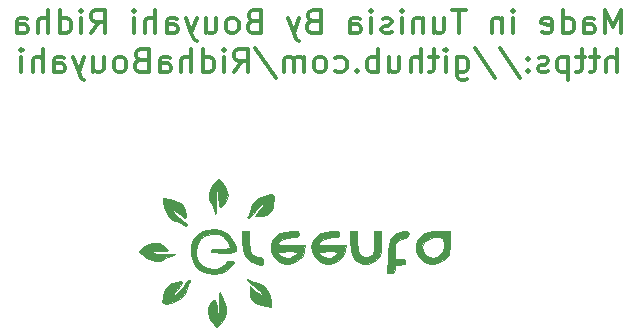
<source format=gbr>
%TF.GenerationSoftware,KiCad,Pcbnew,(5.1.8)-1*%
%TF.CreationDate,2021-09-09T16:11:34+01:00*%
%TF.ProjectId,OSC21,4f534332-312e-46b6-9963-61645f706362,rev?*%
%TF.SameCoordinates,Original*%
%TF.FileFunction,Legend,Bot*%
%TF.FilePolarity,Positive*%
%FSLAX46Y46*%
G04 Gerber Fmt 4.6, Leading zero omitted, Abs format (unit mm)*
G04 Created by KiCad (PCBNEW (5.1.8)-1) date 2021-09-09 16:11:34*
%MOMM*%
%LPD*%
G01*
G04 APERTURE LIST*
%ADD10C,0.300000*%
%ADD11C,0.010000*%
G04 APERTURE END LIST*
D10*
X185781928Y-78185261D02*
X185781928Y-76185261D01*
X185115261Y-77613833D01*
X184448595Y-76185261D01*
X184448595Y-78185261D01*
X182639071Y-78185261D02*
X182639071Y-77137642D01*
X182734309Y-76947166D01*
X182924785Y-76851928D01*
X183305738Y-76851928D01*
X183496214Y-76947166D01*
X182639071Y-78090023D02*
X182829547Y-78185261D01*
X183305738Y-78185261D01*
X183496214Y-78090023D01*
X183591452Y-77899547D01*
X183591452Y-77709071D01*
X183496214Y-77518595D01*
X183305738Y-77423357D01*
X182829547Y-77423357D01*
X182639071Y-77328119D01*
X180829547Y-78185261D02*
X180829547Y-76185261D01*
X180829547Y-78090023D02*
X181020023Y-78185261D01*
X181400976Y-78185261D01*
X181591452Y-78090023D01*
X181686690Y-77994785D01*
X181781928Y-77804309D01*
X181781928Y-77232880D01*
X181686690Y-77042404D01*
X181591452Y-76947166D01*
X181400976Y-76851928D01*
X181020023Y-76851928D01*
X180829547Y-76947166D01*
X179115261Y-78090023D02*
X179305738Y-78185261D01*
X179686690Y-78185261D01*
X179877166Y-78090023D01*
X179972404Y-77899547D01*
X179972404Y-77137642D01*
X179877166Y-76947166D01*
X179686690Y-76851928D01*
X179305738Y-76851928D01*
X179115261Y-76947166D01*
X179020023Y-77137642D01*
X179020023Y-77328119D01*
X179972404Y-77518595D01*
X176639071Y-78185261D02*
X176639071Y-76851928D01*
X176639071Y-76185261D02*
X176734309Y-76280500D01*
X176639071Y-76375738D01*
X176543833Y-76280500D01*
X176639071Y-76185261D01*
X176639071Y-76375738D01*
X175686690Y-76851928D02*
X175686690Y-78185261D01*
X175686690Y-77042404D02*
X175591452Y-76947166D01*
X175400976Y-76851928D01*
X175115261Y-76851928D01*
X174924785Y-76947166D01*
X174829547Y-77137642D01*
X174829547Y-78185261D01*
X172639071Y-76185261D02*
X171496214Y-76185261D01*
X172067642Y-78185261D02*
X172067642Y-76185261D01*
X169972404Y-76851928D02*
X169972404Y-78185261D01*
X170829547Y-76851928D02*
X170829547Y-77899547D01*
X170734309Y-78090023D01*
X170543833Y-78185261D01*
X170258119Y-78185261D01*
X170067642Y-78090023D01*
X169972404Y-77994785D01*
X169020023Y-76851928D02*
X169020023Y-78185261D01*
X169020023Y-77042404D02*
X168924785Y-76947166D01*
X168734309Y-76851928D01*
X168448595Y-76851928D01*
X168258119Y-76947166D01*
X168162880Y-77137642D01*
X168162880Y-78185261D01*
X167210500Y-78185261D02*
X167210500Y-76851928D01*
X167210500Y-76185261D02*
X167305738Y-76280500D01*
X167210500Y-76375738D01*
X167115261Y-76280500D01*
X167210500Y-76185261D01*
X167210500Y-76375738D01*
X166353357Y-78090023D02*
X166162880Y-78185261D01*
X165781928Y-78185261D01*
X165591452Y-78090023D01*
X165496214Y-77899547D01*
X165496214Y-77804309D01*
X165591452Y-77613833D01*
X165781928Y-77518595D01*
X166067642Y-77518595D01*
X166258119Y-77423357D01*
X166353357Y-77232880D01*
X166353357Y-77137642D01*
X166258119Y-76947166D01*
X166067642Y-76851928D01*
X165781928Y-76851928D01*
X165591452Y-76947166D01*
X164639071Y-78185261D02*
X164639071Y-76851928D01*
X164639071Y-76185261D02*
X164734309Y-76280500D01*
X164639071Y-76375738D01*
X164543833Y-76280500D01*
X164639071Y-76185261D01*
X164639071Y-76375738D01*
X162829547Y-78185261D02*
X162829547Y-77137642D01*
X162924785Y-76947166D01*
X163115261Y-76851928D01*
X163496214Y-76851928D01*
X163686690Y-76947166D01*
X162829547Y-78090023D02*
X163020023Y-78185261D01*
X163496214Y-78185261D01*
X163686690Y-78090023D01*
X163781928Y-77899547D01*
X163781928Y-77709071D01*
X163686690Y-77518595D01*
X163496214Y-77423357D01*
X163020023Y-77423357D01*
X162829547Y-77328119D01*
X159686690Y-77137642D02*
X159400976Y-77232880D01*
X159305738Y-77328119D01*
X159210500Y-77518595D01*
X159210500Y-77804309D01*
X159305738Y-77994785D01*
X159400976Y-78090023D01*
X159591452Y-78185261D01*
X160353357Y-78185261D01*
X160353357Y-76185261D01*
X159686690Y-76185261D01*
X159496214Y-76280500D01*
X159400976Y-76375738D01*
X159305738Y-76566214D01*
X159305738Y-76756690D01*
X159400976Y-76947166D01*
X159496214Y-77042404D01*
X159686690Y-77137642D01*
X160353357Y-77137642D01*
X158543833Y-76851928D02*
X158067642Y-78185261D01*
X157591452Y-76851928D02*
X158067642Y-78185261D01*
X158258119Y-78661452D01*
X158353357Y-78756690D01*
X158543833Y-78851928D01*
X154639071Y-77137642D02*
X154353357Y-77232880D01*
X154258119Y-77328119D01*
X154162880Y-77518595D01*
X154162880Y-77804309D01*
X154258119Y-77994785D01*
X154353357Y-78090023D01*
X154543833Y-78185261D01*
X155305738Y-78185261D01*
X155305738Y-76185261D01*
X154639071Y-76185261D01*
X154448595Y-76280500D01*
X154353357Y-76375738D01*
X154258119Y-76566214D01*
X154258119Y-76756690D01*
X154353357Y-76947166D01*
X154448595Y-77042404D01*
X154639071Y-77137642D01*
X155305738Y-77137642D01*
X153020023Y-78185261D02*
X153210500Y-78090023D01*
X153305738Y-77994785D01*
X153400976Y-77804309D01*
X153400976Y-77232880D01*
X153305738Y-77042404D01*
X153210500Y-76947166D01*
X153020023Y-76851928D01*
X152734309Y-76851928D01*
X152543833Y-76947166D01*
X152448595Y-77042404D01*
X152353357Y-77232880D01*
X152353357Y-77804309D01*
X152448595Y-77994785D01*
X152543833Y-78090023D01*
X152734309Y-78185261D01*
X153020023Y-78185261D01*
X150639071Y-76851928D02*
X150639071Y-78185261D01*
X151496214Y-76851928D02*
X151496214Y-77899547D01*
X151400976Y-78090023D01*
X151210500Y-78185261D01*
X150924785Y-78185261D01*
X150734309Y-78090023D01*
X150639071Y-77994785D01*
X149877166Y-76851928D02*
X149400976Y-78185261D01*
X148924785Y-76851928D02*
X149400976Y-78185261D01*
X149591452Y-78661452D01*
X149686690Y-78756690D01*
X149877166Y-78851928D01*
X147305738Y-78185261D02*
X147305738Y-77137642D01*
X147400976Y-76947166D01*
X147591452Y-76851928D01*
X147972404Y-76851928D01*
X148162880Y-76947166D01*
X147305738Y-78090023D02*
X147496214Y-78185261D01*
X147972404Y-78185261D01*
X148162880Y-78090023D01*
X148258119Y-77899547D01*
X148258119Y-77709071D01*
X148162880Y-77518595D01*
X147972404Y-77423357D01*
X147496214Y-77423357D01*
X147305738Y-77328119D01*
X146353357Y-78185261D02*
X146353357Y-76185261D01*
X145496214Y-78185261D02*
X145496214Y-77137642D01*
X145591452Y-76947166D01*
X145781928Y-76851928D01*
X146067642Y-76851928D01*
X146258119Y-76947166D01*
X146353357Y-77042404D01*
X144543833Y-78185261D02*
X144543833Y-76851928D01*
X144543833Y-76185261D02*
X144639071Y-76280500D01*
X144543833Y-76375738D01*
X144448595Y-76280500D01*
X144543833Y-76185261D01*
X144543833Y-76375738D01*
X140924785Y-78185261D02*
X141591452Y-77232880D01*
X142067642Y-78185261D02*
X142067642Y-76185261D01*
X141305738Y-76185261D01*
X141115261Y-76280500D01*
X141020023Y-76375738D01*
X140924785Y-76566214D01*
X140924785Y-76851928D01*
X141020023Y-77042404D01*
X141115261Y-77137642D01*
X141305738Y-77232880D01*
X142067642Y-77232880D01*
X140067642Y-78185261D02*
X140067642Y-76851928D01*
X140067642Y-76185261D02*
X140162880Y-76280500D01*
X140067642Y-76375738D01*
X139972404Y-76280500D01*
X140067642Y-76185261D01*
X140067642Y-76375738D01*
X138258119Y-78185261D02*
X138258119Y-76185261D01*
X138258119Y-78090023D02*
X138448595Y-78185261D01*
X138829547Y-78185261D01*
X139020023Y-78090023D01*
X139115261Y-77994785D01*
X139210500Y-77804309D01*
X139210500Y-77232880D01*
X139115261Y-77042404D01*
X139020023Y-76947166D01*
X138829547Y-76851928D01*
X138448595Y-76851928D01*
X138258119Y-76947166D01*
X137305738Y-78185261D02*
X137305738Y-76185261D01*
X136448595Y-78185261D02*
X136448595Y-77137642D01*
X136543833Y-76947166D01*
X136734309Y-76851928D01*
X137020023Y-76851928D01*
X137210500Y-76947166D01*
X137305738Y-77042404D01*
X134639071Y-78185261D02*
X134639071Y-77137642D01*
X134734309Y-76947166D01*
X134924785Y-76851928D01*
X135305738Y-76851928D01*
X135496214Y-76947166D01*
X134639071Y-78090023D02*
X134829547Y-78185261D01*
X135305738Y-78185261D01*
X135496214Y-78090023D01*
X135591452Y-77899547D01*
X135591452Y-77709071D01*
X135496214Y-77518595D01*
X135305738Y-77423357D01*
X134829547Y-77423357D01*
X134639071Y-77328119D01*
X185400976Y-81485261D02*
X185400976Y-79485261D01*
X184543833Y-81485261D02*
X184543833Y-80437642D01*
X184639071Y-80247166D01*
X184829547Y-80151928D01*
X185115261Y-80151928D01*
X185305738Y-80247166D01*
X185400976Y-80342404D01*
X183877166Y-80151928D02*
X183115261Y-80151928D01*
X183591452Y-79485261D02*
X183591452Y-81199547D01*
X183496214Y-81390023D01*
X183305738Y-81485261D01*
X183115261Y-81485261D01*
X182734309Y-80151928D02*
X181972404Y-80151928D01*
X182448595Y-79485261D02*
X182448595Y-81199547D01*
X182353357Y-81390023D01*
X182162880Y-81485261D01*
X181972404Y-81485261D01*
X181305738Y-80151928D02*
X181305738Y-82151928D01*
X181305738Y-80247166D02*
X181115261Y-80151928D01*
X180734309Y-80151928D01*
X180543833Y-80247166D01*
X180448595Y-80342404D01*
X180353357Y-80532880D01*
X180353357Y-81104309D01*
X180448595Y-81294785D01*
X180543833Y-81390023D01*
X180734309Y-81485261D01*
X181115261Y-81485261D01*
X181305738Y-81390023D01*
X179591452Y-81390023D02*
X179400976Y-81485261D01*
X179020023Y-81485261D01*
X178829547Y-81390023D01*
X178734309Y-81199547D01*
X178734309Y-81104309D01*
X178829547Y-80913833D01*
X179020023Y-80818595D01*
X179305738Y-80818595D01*
X179496214Y-80723357D01*
X179591452Y-80532880D01*
X179591452Y-80437642D01*
X179496214Y-80247166D01*
X179305738Y-80151928D01*
X179020023Y-80151928D01*
X178829547Y-80247166D01*
X177877166Y-81294785D02*
X177781928Y-81390023D01*
X177877166Y-81485261D01*
X177972404Y-81390023D01*
X177877166Y-81294785D01*
X177877166Y-81485261D01*
X177877166Y-80247166D02*
X177781928Y-80342404D01*
X177877166Y-80437642D01*
X177972404Y-80342404D01*
X177877166Y-80247166D01*
X177877166Y-80437642D01*
X175496214Y-79390023D02*
X177210500Y-81961452D01*
X173400976Y-79390023D02*
X175115261Y-81961452D01*
X171877166Y-80151928D02*
X171877166Y-81770976D01*
X171972404Y-81961452D01*
X172067642Y-82056690D01*
X172258119Y-82151928D01*
X172543833Y-82151928D01*
X172734309Y-82056690D01*
X171877166Y-81390023D02*
X172067642Y-81485261D01*
X172448595Y-81485261D01*
X172639071Y-81390023D01*
X172734309Y-81294785D01*
X172829547Y-81104309D01*
X172829547Y-80532880D01*
X172734309Y-80342404D01*
X172639071Y-80247166D01*
X172448595Y-80151928D01*
X172067642Y-80151928D01*
X171877166Y-80247166D01*
X170924785Y-81485261D02*
X170924785Y-80151928D01*
X170924785Y-79485261D02*
X171020023Y-79580500D01*
X170924785Y-79675738D01*
X170829547Y-79580500D01*
X170924785Y-79485261D01*
X170924785Y-79675738D01*
X170258119Y-80151928D02*
X169496214Y-80151928D01*
X169972404Y-79485261D02*
X169972404Y-81199547D01*
X169877166Y-81390023D01*
X169686690Y-81485261D01*
X169496214Y-81485261D01*
X168829547Y-81485261D02*
X168829547Y-79485261D01*
X167972404Y-81485261D02*
X167972404Y-80437642D01*
X168067642Y-80247166D01*
X168258119Y-80151928D01*
X168543833Y-80151928D01*
X168734309Y-80247166D01*
X168829547Y-80342404D01*
X166162880Y-80151928D02*
X166162880Y-81485261D01*
X167020023Y-80151928D02*
X167020023Y-81199547D01*
X166924785Y-81390023D01*
X166734309Y-81485261D01*
X166448595Y-81485261D01*
X166258119Y-81390023D01*
X166162880Y-81294785D01*
X165210500Y-81485261D02*
X165210500Y-79485261D01*
X165210500Y-80247166D02*
X165020023Y-80151928D01*
X164639071Y-80151928D01*
X164448595Y-80247166D01*
X164353357Y-80342404D01*
X164258119Y-80532880D01*
X164258119Y-81104309D01*
X164353357Y-81294785D01*
X164448595Y-81390023D01*
X164639071Y-81485261D01*
X165020023Y-81485261D01*
X165210500Y-81390023D01*
X163400976Y-81294785D02*
X163305738Y-81390023D01*
X163400976Y-81485261D01*
X163496214Y-81390023D01*
X163400976Y-81294785D01*
X163400976Y-81485261D01*
X161591452Y-81390023D02*
X161781928Y-81485261D01*
X162162880Y-81485261D01*
X162353357Y-81390023D01*
X162448595Y-81294785D01*
X162543833Y-81104309D01*
X162543833Y-80532880D01*
X162448595Y-80342404D01*
X162353357Y-80247166D01*
X162162880Y-80151928D01*
X161781928Y-80151928D01*
X161591452Y-80247166D01*
X160448595Y-81485261D02*
X160639071Y-81390023D01*
X160734309Y-81294785D01*
X160829547Y-81104309D01*
X160829547Y-80532880D01*
X160734309Y-80342404D01*
X160639071Y-80247166D01*
X160448595Y-80151928D01*
X160162880Y-80151928D01*
X159972404Y-80247166D01*
X159877166Y-80342404D01*
X159781928Y-80532880D01*
X159781928Y-81104309D01*
X159877166Y-81294785D01*
X159972404Y-81390023D01*
X160162880Y-81485261D01*
X160448595Y-81485261D01*
X158924785Y-81485261D02*
X158924785Y-80151928D01*
X158924785Y-80342404D02*
X158829547Y-80247166D01*
X158639071Y-80151928D01*
X158353357Y-80151928D01*
X158162880Y-80247166D01*
X158067642Y-80437642D01*
X158067642Y-81485261D01*
X158067642Y-80437642D02*
X157972404Y-80247166D01*
X157781928Y-80151928D01*
X157496214Y-80151928D01*
X157305738Y-80247166D01*
X157210500Y-80437642D01*
X157210500Y-81485261D01*
X154829547Y-79390023D02*
X156543833Y-81961452D01*
X153020023Y-81485261D02*
X153686690Y-80532880D01*
X154162880Y-81485261D02*
X154162880Y-79485261D01*
X153400976Y-79485261D01*
X153210500Y-79580500D01*
X153115261Y-79675738D01*
X153020023Y-79866214D01*
X153020023Y-80151928D01*
X153115261Y-80342404D01*
X153210500Y-80437642D01*
X153400976Y-80532880D01*
X154162880Y-80532880D01*
X152162880Y-81485261D02*
X152162880Y-80151928D01*
X152162880Y-79485261D02*
X152258119Y-79580500D01*
X152162880Y-79675738D01*
X152067642Y-79580500D01*
X152162880Y-79485261D01*
X152162880Y-79675738D01*
X150353357Y-81485261D02*
X150353357Y-79485261D01*
X150353357Y-81390023D02*
X150543833Y-81485261D01*
X150924785Y-81485261D01*
X151115261Y-81390023D01*
X151210500Y-81294785D01*
X151305738Y-81104309D01*
X151305738Y-80532880D01*
X151210500Y-80342404D01*
X151115261Y-80247166D01*
X150924785Y-80151928D01*
X150543833Y-80151928D01*
X150353357Y-80247166D01*
X149400976Y-81485261D02*
X149400976Y-79485261D01*
X148543833Y-81485261D02*
X148543833Y-80437642D01*
X148639071Y-80247166D01*
X148829547Y-80151928D01*
X149115261Y-80151928D01*
X149305738Y-80247166D01*
X149400976Y-80342404D01*
X146734309Y-81485261D02*
X146734309Y-80437642D01*
X146829547Y-80247166D01*
X147020023Y-80151928D01*
X147400976Y-80151928D01*
X147591452Y-80247166D01*
X146734309Y-81390023D02*
X146924785Y-81485261D01*
X147400976Y-81485261D01*
X147591452Y-81390023D01*
X147686690Y-81199547D01*
X147686690Y-81009071D01*
X147591452Y-80818595D01*
X147400976Y-80723357D01*
X146924785Y-80723357D01*
X146734309Y-80628119D01*
X145115261Y-80437642D02*
X144829547Y-80532880D01*
X144734309Y-80628119D01*
X144639071Y-80818595D01*
X144639071Y-81104309D01*
X144734309Y-81294785D01*
X144829547Y-81390023D01*
X145020023Y-81485261D01*
X145781928Y-81485261D01*
X145781928Y-79485261D01*
X145115261Y-79485261D01*
X144924785Y-79580500D01*
X144829547Y-79675738D01*
X144734309Y-79866214D01*
X144734309Y-80056690D01*
X144829547Y-80247166D01*
X144924785Y-80342404D01*
X145115261Y-80437642D01*
X145781928Y-80437642D01*
X143496214Y-81485261D02*
X143686690Y-81390023D01*
X143781928Y-81294785D01*
X143877166Y-81104309D01*
X143877166Y-80532880D01*
X143781928Y-80342404D01*
X143686690Y-80247166D01*
X143496214Y-80151928D01*
X143210500Y-80151928D01*
X143020023Y-80247166D01*
X142924785Y-80342404D01*
X142829547Y-80532880D01*
X142829547Y-81104309D01*
X142924785Y-81294785D01*
X143020023Y-81390023D01*
X143210500Y-81485261D01*
X143496214Y-81485261D01*
X141115261Y-80151928D02*
X141115261Y-81485261D01*
X141972404Y-80151928D02*
X141972404Y-81199547D01*
X141877166Y-81390023D01*
X141686690Y-81485261D01*
X141400976Y-81485261D01*
X141210500Y-81390023D01*
X141115261Y-81294785D01*
X140353357Y-80151928D02*
X139877166Y-81485261D01*
X139400976Y-80151928D02*
X139877166Y-81485261D01*
X140067642Y-81961452D01*
X140162880Y-82056690D01*
X140353357Y-82151928D01*
X137781928Y-81485261D02*
X137781928Y-80437642D01*
X137877166Y-80247166D01*
X138067642Y-80151928D01*
X138448595Y-80151928D01*
X138639071Y-80247166D01*
X137781928Y-81390023D02*
X137972404Y-81485261D01*
X138448595Y-81485261D01*
X138639071Y-81390023D01*
X138734309Y-81199547D01*
X138734309Y-81009071D01*
X138639071Y-80818595D01*
X138448595Y-80723357D01*
X137972404Y-80723357D01*
X137781928Y-80628119D01*
X136829547Y-81485261D02*
X136829547Y-79485261D01*
X135972404Y-81485261D02*
X135972404Y-80437642D01*
X136067642Y-80247166D01*
X136258119Y-80151928D01*
X136543833Y-80151928D01*
X136734309Y-80247166D01*
X136829547Y-80342404D01*
X135020023Y-81485261D02*
X135020023Y-80151928D01*
X135020023Y-79485261D02*
X135115261Y-79580500D01*
X135020023Y-79675738D01*
X134924785Y-79580500D01*
X135020023Y-79485261D01*
X135020023Y-79675738D01*
D11*
%TO.C,G\u002A\u002A\u002A*%
G36*
X151697585Y-102949099D02*
G01*
X151894186Y-102727593D01*
X152090569Y-102425330D01*
X152250940Y-102097058D01*
X152337467Y-101810174D01*
X152349043Y-101420152D01*
X152220023Y-101046960D01*
X152209597Y-101026577D01*
X152064208Y-100709798D01*
X151956839Y-100413847D01*
X151944406Y-100368100D01*
X151867897Y-100132481D01*
X151806239Y-100085648D01*
X151763334Y-100213483D01*
X151743084Y-100501866D01*
X151749390Y-100936680D01*
X151754901Y-101053900D01*
X151771429Y-101563874D01*
X151756960Y-101881119D01*
X151710984Y-102013807D01*
X151694791Y-102019100D01*
X151629212Y-101924690D01*
X151577989Y-101670105D01*
X151553948Y-101384100D01*
X151510637Y-100982412D01*
X151424515Y-100777644D01*
X151289684Y-100766897D01*
X151100249Y-100947272D01*
X150985603Y-101104700D01*
X150813761Y-101442341D01*
X150786575Y-101778206D01*
X150791996Y-101825710D01*
X150871675Y-102115047D01*
X151021071Y-102437081D01*
X151205440Y-102735377D01*
X151390038Y-102953501D01*
X151536563Y-103035100D01*
X151697585Y-102949099D01*
G37*
X151697585Y-102949099D02*
X151894186Y-102727593D01*
X152090569Y-102425330D01*
X152250940Y-102097058D01*
X152337467Y-101810174D01*
X152349043Y-101420152D01*
X152220023Y-101046960D01*
X152209597Y-101026577D01*
X152064208Y-100709798D01*
X151956839Y-100413847D01*
X151944406Y-100368100D01*
X151867897Y-100132481D01*
X151806239Y-100085648D01*
X151763334Y-100213483D01*
X151743084Y-100501866D01*
X151749390Y-100936680D01*
X151754901Y-101053900D01*
X151771429Y-101563874D01*
X151756960Y-101881119D01*
X151710984Y-102013807D01*
X151694791Y-102019100D01*
X151629212Y-101924690D01*
X151577989Y-101670105D01*
X151553948Y-101384100D01*
X151510637Y-100982412D01*
X151424515Y-100777644D01*
X151289684Y-100766897D01*
X151100249Y-100947272D01*
X150985603Y-101104700D01*
X150813761Y-101442341D01*
X150786575Y-101778206D01*
X150791996Y-101825710D01*
X150871675Y-102115047D01*
X151021071Y-102437081D01*
X151205440Y-102735377D01*
X151390038Y-102953501D01*
X151536563Y-103035100D01*
X151697585Y-102949099D01*
G36*
X156146500Y-100902841D02*
G01*
X156065653Y-100336013D01*
X155837487Y-99863626D01*
X155483563Y-99516128D01*
X155028900Y-99324688D01*
X154725269Y-99233387D01*
X154480042Y-99115389D01*
X154472893Y-99110519D01*
X154238689Y-98984083D01*
X154124660Y-99011197D01*
X154114500Y-99064414D01*
X154192950Y-99173355D01*
X154387263Y-99325719D01*
X154444700Y-99362816D01*
X154697487Y-99545800D01*
X154969439Y-99782127D01*
X155221678Y-100031880D01*
X155415324Y-100255143D01*
X155511501Y-100411998D01*
X155508857Y-100455410D01*
X155407479Y-100425163D01*
X155201641Y-100284206D01*
X154933918Y-100062084D01*
X154905858Y-100036974D01*
X154368500Y-99552899D01*
X154336398Y-99990794D01*
X154362657Y-100403608D01*
X154521709Y-100723283D01*
X154831766Y-100965843D01*
X155311038Y-101147306D01*
X155765500Y-101248110D01*
X156146500Y-101317108D01*
X156146500Y-100902841D01*
G37*
X156146500Y-100902841D02*
X156065653Y-100336013D01*
X155837487Y-99863626D01*
X155483563Y-99516128D01*
X155028900Y-99324688D01*
X154725269Y-99233387D01*
X154480042Y-99115389D01*
X154472893Y-99110519D01*
X154238689Y-98984083D01*
X154124660Y-99011197D01*
X154114500Y-99064414D01*
X154192950Y-99173355D01*
X154387263Y-99325719D01*
X154444700Y-99362816D01*
X154697487Y-99545800D01*
X154969439Y-99782127D01*
X155221678Y-100031880D01*
X155415324Y-100255143D01*
X155511501Y-100411998D01*
X155508857Y-100455410D01*
X155407479Y-100425163D01*
X155201641Y-100284206D01*
X154933918Y-100062084D01*
X154905858Y-100036974D01*
X154368500Y-99552899D01*
X154336398Y-99990794D01*
X154362657Y-100403608D01*
X154521709Y-100723283D01*
X154831766Y-100965843D01*
X155311038Y-101147306D01*
X155765500Y-101248110D01*
X156146500Y-101317108D01*
X156146500Y-100902841D01*
G36*
X147676893Y-101001366D02*
G01*
X147719428Y-100992380D01*
X148138752Y-100844341D01*
X148510401Y-100609827D01*
X148788147Y-100328036D01*
X148925764Y-100038167D01*
X148932900Y-99963406D01*
X148995195Y-99706492D01*
X149145419Y-99439567D01*
X149149173Y-99434756D01*
X149287411Y-99195984D01*
X149265877Y-99060238D01*
X149142773Y-99058244D01*
X148985559Y-99236521D01*
X148762693Y-99538732D01*
X148495211Y-99847513D01*
X148224706Y-100120885D01*
X147992774Y-100316866D01*
X147841008Y-100393474D01*
X147839257Y-100393500D01*
X147816703Y-100328814D01*
X147933186Y-100147576D01*
X148156996Y-99889853D01*
X148452655Y-99555919D01*
X148596214Y-99338452D01*
X148588861Y-99220527D01*
X148431784Y-99185221D01*
X148205096Y-99204282D01*
X147762556Y-99317487D01*
X147433292Y-99539187D01*
X147194414Y-99896439D01*
X147023036Y-100416300D01*
X146970547Y-100663710D01*
X146959095Y-100903386D01*
X147055601Y-101031916D01*
X147286166Y-101060757D01*
X147676893Y-101001366D01*
G37*
X147676893Y-101001366D02*
X147719428Y-100992380D01*
X148138752Y-100844341D01*
X148510401Y-100609827D01*
X148788147Y-100328036D01*
X148925764Y-100038167D01*
X148932900Y-99963406D01*
X148995195Y-99706492D01*
X149145419Y-99439567D01*
X149149173Y-99434756D01*
X149287411Y-99195984D01*
X149265877Y-99060238D01*
X149142773Y-99058244D01*
X148985559Y-99236521D01*
X148762693Y-99538732D01*
X148495211Y-99847513D01*
X148224706Y-100120885D01*
X147992774Y-100316866D01*
X147841008Y-100393474D01*
X147839257Y-100393500D01*
X147816703Y-100328814D01*
X147933186Y-100147576D01*
X148156996Y-99889853D01*
X148452655Y-99555919D01*
X148596214Y-99338452D01*
X148588861Y-99220527D01*
X148431784Y-99185221D01*
X148205096Y-99204282D01*
X147762556Y-99317487D01*
X147433292Y-99539187D01*
X147194414Y-99896439D01*
X147023036Y-100416300D01*
X146970547Y-100663710D01*
X146959095Y-100903386D01*
X147055601Y-101031916D01*
X147286166Y-101060757D01*
X147676893Y-101001366D01*
G36*
X146761854Y-97415972D02*
G01*
X147095751Y-97278952D01*
X147380945Y-97131297D01*
X147644162Y-97047741D01*
X147870815Y-96974523D01*
X147985358Y-96886428D01*
X147985613Y-96885689D01*
X147905916Y-96841558D01*
X147644565Y-96817787D01*
X147222217Y-96815721D01*
X147002610Y-96821621D01*
X146472789Y-96829767D01*
X146138493Y-96810638D01*
X145993828Y-96763792D01*
X145986500Y-96745421D01*
X146083810Y-96682118D01*
X146360938Y-96644131D01*
X146697700Y-96634300D01*
X147048233Y-96623331D01*
X147302241Y-96594462D01*
X147408338Y-96553755D01*
X147408900Y-96550411D01*
X147327589Y-96397906D01*
X147126362Y-96210082D01*
X146869273Y-96037900D01*
X146637769Y-95936917D01*
X146327819Y-95899082D01*
X146081373Y-95925563D01*
X145807021Y-96028215D01*
X145502179Y-96181563D01*
X145223813Y-96351448D01*
X145028892Y-96503711D01*
X144971282Y-96591190D01*
X145054979Y-96763392D01*
X145273514Y-96972547D01*
X145575059Y-97175317D01*
X145806823Y-97289851D01*
X146305952Y-97426537D01*
X146761854Y-97415972D01*
G37*
X146761854Y-97415972D02*
X147095751Y-97278952D01*
X147380945Y-97131297D01*
X147644162Y-97047741D01*
X147870815Y-96974523D01*
X147985358Y-96886428D01*
X147985613Y-96885689D01*
X147905916Y-96841558D01*
X147644565Y-96817787D01*
X147222217Y-96815721D01*
X147002610Y-96821621D01*
X146472789Y-96829767D01*
X146138493Y-96810638D01*
X145993828Y-96763792D01*
X145986500Y-96745421D01*
X146083810Y-96682118D01*
X146360938Y-96644131D01*
X146697700Y-96634300D01*
X147048233Y-96623331D01*
X147302241Y-96594462D01*
X147408338Y-96553755D01*
X147408900Y-96550411D01*
X147327589Y-96397906D01*
X147126362Y-96210082D01*
X146869273Y-96037900D01*
X146637769Y-95936917D01*
X146327819Y-95899082D01*
X146081373Y-95925563D01*
X145807021Y-96028215D01*
X145502179Y-96181563D01*
X145223813Y-96351448D01*
X145028892Y-96503711D01*
X144971282Y-96591190D01*
X145054979Y-96763392D01*
X145273514Y-96972547D01*
X145575059Y-97175317D01*
X145806823Y-97289851D01*
X146305952Y-97426537D01*
X146761854Y-97415972D01*
G36*
X170279516Y-97660927D02*
G01*
X170737204Y-97402580D01*
X170861292Y-97296535D01*
X171234100Y-96955051D01*
X171269020Y-95931076D01*
X171303941Y-94907100D01*
X170456220Y-94909332D01*
X169887808Y-94932859D01*
X169460098Y-95005946D01*
X169183437Y-95104548D01*
X168777942Y-95384375D01*
X168520539Y-95760386D01*
X168409775Y-96191197D01*
X168417476Y-96290596D01*
X168958063Y-96290596D01*
X169010793Y-96035833D01*
X169205142Y-95761503D01*
X169543898Y-95556591D01*
X169973037Y-95446764D01*
X170268900Y-95438151D01*
X170726100Y-95465900D01*
X170756557Y-95992037D01*
X170759258Y-96332469D01*
X170698995Y-96565848D01*
X170547037Y-96785415D01*
X170493056Y-96847170D01*
X170170528Y-97089236D01*
X169821180Y-97168087D01*
X169485135Y-97105686D01*
X169202518Y-96923996D01*
X169013452Y-96644978D01*
X168958063Y-96290596D01*
X168417476Y-96290596D01*
X168444192Y-96635423D01*
X168622335Y-97051680D01*
X168942749Y-97398581D01*
X169270738Y-97586364D01*
X169797635Y-97720923D01*
X170279516Y-97660927D01*
G37*
X170279516Y-97660927D02*
X170737204Y-97402580D01*
X170861292Y-97296535D01*
X171234100Y-96955051D01*
X171269020Y-95931076D01*
X171303941Y-94907100D01*
X170456220Y-94909332D01*
X169887808Y-94932859D01*
X169460098Y-95005946D01*
X169183437Y-95104548D01*
X168777942Y-95384375D01*
X168520539Y-95760386D01*
X168409775Y-96191197D01*
X168417476Y-96290596D01*
X168958063Y-96290596D01*
X169010793Y-96035833D01*
X169205142Y-95761503D01*
X169543898Y-95556591D01*
X169973037Y-95446764D01*
X170268900Y-95438151D01*
X170726100Y-95465900D01*
X170756557Y-95992037D01*
X170759258Y-96332469D01*
X170698995Y-96565848D01*
X170547037Y-96785415D01*
X170493056Y-96847170D01*
X170170528Y-97089236D01*
X169821180Y-97168087D01*
X169485135Y-97105686D01*
X169202518Y-96923996D01*
X169013452Y-96644978D01*
X168958063Y-96290596D01*
X168417476Y-96290596D01*
X168444192Y-96635423D01*
X168622335Y-97051680D01*
X168942749Y-97398581D01*
X169270738Y-97586364D01*
X169797635Y-97720923D01*
X170279516Y-97660927D01*
G36*
X166507704Y-98444275D02*
G01*
X166594518Y-98346585D01*
X166611299Y-98108211D01*
X166611300Y-98107500D01*
X166621060Y-97889004D01*
X166687207Y-97785539D01*
X166865044Y-97754094D01*
X167068500Y-97751900D01*
X167350628Y-97741373D01*
X167484298Y-97689625D01*
X167523953Y-97566410D01*
X167525700Y-97497900D01*
X167506750Y-97341162D01*
X167413603Y-97266901D01*
X167191816Y-97244871D01*
X167068500Y-97243900D01*
X166611300Y-97243900D01*
X166611300Y-96629682D01*
X166625298Y-96257002D01*
X166681103Y-96014693D01*
X166799428Y-95831024D01*
X166860681Y-95766082D01*
X167164019Y-95548763D01*
X167508862Y-95498953D01*
X167589622Y-95506297D01*
X167695136Y-95433513D01*
X167773441Y-95252979D01*
X167791371Y-95060057D01*
X167768802Y-94991069D01*
X167609769Y-94914880D01*
X167319896Y-94940771D01*
X166940953Y-95063601D01*
X166846637Y-95104548D01*
X166556241Y-95265573D01*
X166344082Y-95467798D01*
X166197067Y-95744710D01*
X166102103Y-96129793D01*
X166046095Y-96656533D01*
X166020027Y-97218501D01*
X165980805Y-98463101D01*
X166296052Y-98463101D01*
X166507704Y-98444275D01*
G37*
X166507704Y-98444275D02*
X166594518Y-98346585D01*
X166611299Y-98108211D01*
X166611300Y-98107500D01*
X166621060Y-97889004D01*
X166687207Y-97785539D01*
X166865044Y-97754094D01*
X167068500Y-97751900D01*
X167350628Y-97741373D01*
X167484298Y-97689625D01*
X167523953Y-97566410D01*
X167525700Y-97497900D01*
X167506750Y-97341162D01*
X167413603Y-97266901D01*
X167191816Y-97244871D01*
X167068500Y-97243900D01*
X166611300Y-97243900D01*
X166611300Y-96629682D01*
X166625298Y-96257002D01*
X166681103Y-96014693D01*
X166799428Y-95831024D01*
X166860681Y-95766082D01*
X167164019Y-95548763D01*
X167508862Y-95498953D01*
X167589622Y-95506297D01*
X167695136Y-95433513D01*
X167773441Y-95252979D01*
X167791371Y-95060057D01*
X167768802Y-94991069D01*
X167609769Y-94914880D01*
X167319896Y-94940771D01*
X166940953Y-95063601D01*
X166846637Y-95104548D01*
X166556241Y-95265573D01*
X166344082Y-95467798D01*
X166197067Y-95744710D01*
X166102103Y-96129793D01*
X166046095Y-96656533D01*
X166020027Y-97218501D01*
X165980805Y-98463101D01*
X166296052Y-98463101D01*
X166507704Y-98444275D01*
G36*
X164788707Y-97572911D02*
G01*
X165159597Y-97294979D01*
X165287895Y-97123014D01*
X165391488Y-96912265D01*
X165454377Y-96659738D01*
X165485378Y-96310668D01*
X165493320Y-95846900D01*
X165493700Y-94907100D01*
X164884100Y-94907100D01*
X164884100Y-95856554D01*
X164877201Y-96327572D01*
X164851905Y-96638740D01*
X164801310Y-96833083D01*
X164718513Y-96953626D01*
X164706300Y-96964984D01*
X164370632Y-97144802D01*
X164010185Y-97141387D01*
X163682470Y-96956168D01*
X163664900Y-96939100D01*
X163565147Y-96810356D01*
X163503937Y-96635856D01*
X163472498Y-96367354D01*
X163462057Y-95956603D01*
X163461700Y-95821500D01*
X163461700Y-94907100D01*
X162852100Y-94907100D01*
X162852100Y-95717844D01*
X162898541Y-96424215D01*
X163035301Y-96974940D01*
X163258538Y-97357730D01*
X163404661Y-97484470D01*
X163860068Y-97677478D01*
X164338474Y-97703685D01*
X164788707Y-97572911D01*
G37*
X164788707Y-97572911D02*
X165159597Y-97294979D01*
X165287895Y-97123014D01*
X165391488Y-96912265D01*
X165454377Y-96659738D01*
X165485378Y-96310668D01*
X165493320Y-95846900D01*
X165493700Y-94907100D01*
X164884100Y-94907100D01*
X164884100Y-95856554D01*
X164877201Y-96327572D01*
X164851905Y-96638740D01*
X164801310Y-96833083D01*
X164718513Y-96953626D01*
X164706300Y-96964984D01*
X164370632Y-97144802D01*
X164010185Y-97141387D01*
X163682470Y-96956168D01*
X163664900Y-96939100D01*
X163565147Y-96810356D01*
X163503937Y-96635856D01*
X163472498Y-96367354D01*
X163462057Y-95956603D01*
X163461700Y-95821500D01*
X163461700Y-94907100D01*
X162852100Y-94907100D01*
X162852100Y-95717844D01*
X162898541Y-96424215D01*
X163035301Y-96974940D01*
X163258538Y-97357730D01*
X163404661Y-97484470D01*
X163860068Y-97677478D01*
X164338474Y-97703685D01*
X164788707Y-97572911D01*
G36*
X161451680Y-97657772D02*
G01*
X161908439Y-97395633D01*
X162002962Y-97313899D01*
X162272971Y-96997862D01*
X162401303Y-96641872D01*
X162414546Y-96558039D01*
X162472455Y-96126300D01*
X161334027Y-96126300D01*
X160838741Y-96123532D01*
X160513444Y-96111669D01*
X160324962Y-96085373D01*
X160240117Y-96039310D01*
X160225735Y-95968141D01*
X160228748Y-95948500D01*
X160356543Y-95760580D01*
X160632095Y-95593130D01*
X160999994Y-95470242D01*
X161404830Y-95416010D01*
X161455100Y-95415258D01*
X161747023Y-95405876D01*
X161889129Y-95359309D01*
X161934591Y-95247556D01*
X161937700Y-95161100D01*
X161924159Y-95018111D01*
X161851073Y-94942491D01*
X161669747Y-94913257D01*
X161353500Y-94909332D01*
X160837129Y-94959174D01*
X160380373Y-95088793D01*
X160344237Y-95104548D01*
X159938742Y-95384375D01*
X159681339Y-95760386D01*
X159570575Y-96191197D01*
X159604992Y-96635423D01*
X159665650Y-96777161D01*
X160231098Y-96777161D01*
X160309137Y-96693674D01*
X160581517Y-96647469D01*
X161011644Y-96634300D01*
X161423249Y-96640564D01*
X161665060Y-96663544D01*
X161770217Y-96709520D01*
X161774252Y-96778853D01*
X161651600Y-96914453D01*
X161420128Y-97063814D01*
X161367260Y-97090214D01*
X161124196Y-97190125D01*
X160940158Y-97195656D01*
X160708360Y-97104214D01*
X160644051Y-97072662D01*
X160343902Y-96902100D01*
X160231098Y-96777161D01*
X159665650Y-96777161D01*
X159783135Y-97051680D01*
X160103549Y-97398581D01*
X160431538Y-97586364D01*
X160963996Y-97720548D01*
X161451680Y-97657772D01*
G37*
X161451680Y-97657772D02*
X161908439Y-97395633D01*
X162002962Y-97313899D01*
X162272971Y-96997862D01*
X162401303Y-96641872D01*
X162414546Y-96558039D01*
X162472455Y-96126300D01*
X161334027Y-96126300D01*
X160838741Y-96123532D01*
X160513444Y-96111669D01*
X160324962Y-96085373D01*
X160240117Y-96039310D01*
X160225735Y-95968141D01*
X160228748Y-95948500D01*
X160356543Y-95760580D01*
X160632095Y-95593130D01*
X160999994Y-95470242D01*
X161404830Y-95416010D01*
X161455100Y-95415258D01*
X161747023Y-95405876D01*
X161889129Y-95359309D01*
X161934591Y-95247556D01*
X161937700Y-95161100D01*
X161924159Y-95018111D01*
X161851073Y-94942491D01*
X161669747Y-94913257D01*
X161353500Y-94909332D01*
X160837129Y-94959174D01*
X160380373Y-95088793D01*
X160344237Y-95104548D01*
X159938742Y-95384375D01*
X159681339Y-95760386D01*
X159570575Y-96191197D01*
X159604992Y-96635423D01*
X159665650Y-96777161D01*
X160231098Y-96777161D01*
X160309137Y-96693674D01*
X160581517Y-96647469D01*
X161011644Y-96634300D01*
X161423249Y-96640564D01*
X161665060Y-96663544D01*
X161770217Y-96709520D01*
X161774252Y-96778853D01*
X161651600Y-96914453D01*
X161420128Y-97063814D01*
X161367260Y-97090214D01*
X161124196Y-97190125D01*
X160940158Y-97195656D01*
X160708360Y-97104214D01*
X160644051Y-97072662D01*
X160343902Y-96902100D01*
X160231098Y-96777161D01*
X159665650Y-96777161D01*
X159783135Y-97051680D01*
X160103549Y-97398581D01*
X160431538Y-97586364D01*
X160963996Y-97720548D01*
X161451680Y-97657772D01*
G36*
X157997280Y-97657772D02*
G01*
X158454039Y-97395633D01*
X158548562Y-97313899D01*
X158818571Y-96997862D01*
X158946903Y-96641872D01*
X158960146Y-96558039D01*
X159018055Y-96126300D01*
X157879627Y-96126300D01*
X157384341Y-96123532D01*
X157059044Y-96111669D01*
X156870562Y-96085373D01*
X156785717Y-96039310D01*
X156771335Y-95968141D01*
X156774348Y-95948500D01*
X156902143Y-95760580D01*
X157177695Y-95593130D01*
X157545594Y-95470242D01*
X157950430Y-95416010D01*
X158000700Y-95415258D01*
X158292623Y-95405876D01*
X158434729Y-95359309D01*
X158480191Y-95247556D01*
X158483300Y-95161100D01*
X158469759Y-95018111D01*
X158396673Y-94942491D01*
X158215347Y-94913257D01*
X157899100Y-94909332D01*
X157382729Y-94959174D01*
X156925973Y-95088793D01*
X156889837Y-95104548D01*
X156484342Y-95384375D01*
X156226939Y-95760386D01*
X156116175Y-96191197D01*
X156150592Y-96635423D01*
X156211250Y-96777161D01*
X156776698Y-96777161D01*
X156854737Y-96693674D01*
X157127117Y-96647469D01*
X157557244Y-96634300D01*
X157968849Y-96640564D01*
X158210660Y-96663544D01*
X158315817Y-96709520D01*
X158319852Y-96778853D01*
X158197200Y-96914453D01*
X157965728Y-97063814D01*
X157912860Y-97090214D01*
X157669796Y-97190125D01*
X157485758Y-97195656D01*
X157253960Y-97104214D01*
X157189651Y-97072662D01*
X156889502Y-96902100D01*
X156776698Y-96777161D01*
X156211250Y-96777161D01*
X156328735Y-97051680D01*
X156649149Y-97398581D01*
X156977138Y-97586364D01*
X157509596Y-97720548D01*
X157997280Y-97657772D01*
G37*
X157997280Y-97657772D02*
X158454039Y-97395633D01*
X158548562Y-97313899D01*
X158818571Y-96997862D01*
X158946903Y-96641872D01*
X158960146Y-96558039D01*
X159018055Y-96126300D01*
X157879627Y-96126300D01*
X157384341Y-96123532D01*
X157059044Y-96111669D01*
X156870562Y-96085373D01*
X156785717Y-96039310D01*
X156771335Y-95968141D01*
X156774348Y-95948500D01*
X156902143Y-95760580D01*
X157177695Y-95593130D01*
X157545594Y-95470242D01*
X157950430Y-95416010D01*
X158000700Y-95415258D01*
X158292623Y-95405876D01*
X158434729Y-95359309D01*
X158480191Y-95247556D01*
X158483300Y-95161100D01*
X158469759Y-95018111D01*
X158396673Y-94942491D01*
X158215347Y-94913257D01*
X157899100Y-94909332D01*
X157382729Y-94959174D01*
X156925973Y-95088793D01*
X156889837Y-95104548D01*
X156484342Y-95384375D01*
X156226939Y-95760386D01*
X156116175Y-96191197D01*
X156150592Y-96635423D01*
X156211250Y-96777161D01*
X156776698Y-96777161D01*
X156854737Y-96693674D01*
X157127117Y-96647469D01*
X157557244Y-96634300D01*
X157968849Y-96640564D01*
X158210660Y-96663544D01*
X158315817Y-96709520D01*
X158319852Y-96778853D01*
X158197200Y-96914453D01*
X157965728Y-97063814D01*
X157912860Y-97090214D01*
X157669796Y-97190125D01*
X157485758Y-97195656D01*
X157253960Y-97104214D01*
X157189651Y-97072662D01*
X156889502Y-96902100D01*
X156776698Y-96777161D01*
X156211250Y-96777161D01*
X156328735Y-97051680D01*
X156649149Y-97398581D01*
X156977138Y-97586364D01*
X157509596Y-97720548D01*
X157997280Y-97657772D01*
G36*
X155452688Y-97694502D02*
G01*
X155475202Y-97667932D01*
X155498022Y-97502929D01*
X155444552Y-97304549D01*
X155347956Y-97168155D01*
X155296022Y-97152704D01*
X154932722Y-97132443D01*
X154628007Y-96950758D01*
X154567081Y-96892919D01*
X154444206Y-96750936D01*
X154369786Y-96591596D01*
X154331932Y-96361615D01*
X154318752Y-96007705D01*
X154317700Y-95775319D01*
X154317700Y-94907100D01*
X153683244Y-94907100D01*
X153727947Y-95796100D01*
X153784753Y-96417703D01*
X153894370Y-96875039D01*
X154073556Y-97203819D01*
X154339066Y-97439751D01*
X154553037Y-97554453D01*
X154946410Y-97698620D01*
X155260217Y-97747016D01*
X155452688Y-97694502D01*
G37*
X155452688Y-97694502D02*
X155475202Y-97667932D01*
X155498022Y-97502929D01*
X155444552Y-97304549D01*
X155347956Y-97168155D01*
X155296022Y-97152704D01*
X154932722Y-97132443D01*
X154628007Y-96950758D01*
X154567081Y-96892919D01*
X154444206Y-96750936D01*
X154369786Y-96591596D01*
X154331932Y-96361615D01*
X154318752Y-96007705D01*
X154317700Y-95775319D01*
X154317700Y-94907100D01*
X153683244Y-94907100D01*
X153727947Y-95796100D01*
X153784753Y-96417703D01*
X153894370Y-96875039D01*
X154073556Y-97203819D01*
X154339066Y-97439751D01*
X154553037Y-97554453D01*
X154946410Y-97698620D01*
X155260217Y-97747016D01*
X155452688Y-97694502D01*
G36*
X151883272Y-98469702D02*
G01*
X152141285Y-98372033D01*
X152439161Y-98194673D01*
X152716271Y-97961060D01*
X152919782Y-97722882D01*
X152996900Y-97534999D01*
X152915446Y-97460526D01*
X152727421Y-97446840D01*
X152517325Y-97485581D01*
X152369658Y-97568391D01*
X152350781Y-97598919D01*
X152189378Y-97795657D01*
X151900645Y-97979836D01*
X151558807Y-98113088D01*
X151269700Y-98157763D01*
X150748449Y-98066045D01*
X150316208Y-97809695D01*
X150001149Y-97417961D01*
X149831444Y-96920089D01*
X149809896Y-96642260D01*
X149892700Y-96068705D01*
X150130408Y-95621004D01*
X150513797Y-95309884D01*
X151033642Y-95146070D01*
X151104382Y-95136863D01*
X151638786Y-95162920D01*
X152081604Y-95364313D01*
X152414797Y-95731720D01*
X152478096Y-95846888D01*
X152590640Y-96112728D01*
X152637227Y-96303824D01*
X152630890Y-96346344D01*
X152510936Y-96387281D01*
X152242396Y-96417359D01*
X151879821Y-96430859D01*
X151822503Y-96431100D01*
X151422379Y-96439189D01*
X151188169Y-96468405D01*
X151083049Y-96526169D01*
X151066500Y-96583500D01*
X151099205Y-96653095D01*
X151219190Y-96698368D01*
X151459257Y-96724006D01*
X151852209Y-96734694D01*
X152133300Y-96735900D01*
X152639681Y-96732051D01*
X152969882Y-96706791D01*
X153150918Y-96639554D01*
X153209807Y-96509773D01*
X153173566Y-96296881D01*
X153080991Y-96014462D01*
X152795443Y-95469503D01*
X152380635Y-95060036D01*
X151870243Y-94800133D01*
X151297942Y-94703868D01*
X150697406Y-94785311D01*
X150401896Y-94894874D01*
X149895992Y-95216043D01*
X149555362Y-95648275D01*
X149376639Y-96198202D01*
X149356450Y-96872457D01*
X149362396Y-96940526D01*
X149507295Y-97483316D01*
X149807408Y-97934176D01*
X150228899Y-98275675D01*
X150737931Y-98490382D01*
X151300667Y-98560868D01*
X151883272Y-98469702D01*
G37*
X151883272Y-98469702D02*
X152141285Y-98372033D01*
X152439161Y-98194673D01*
X152716271Y-97961060D01*
X152919782Y-97722882D01*
X152996900Y-97534999D01*
X152915446Y-97460526D01*
X152727421Y-97446840D01*
X152517325Y-97485581D01*
X152369658Y-97568391D01*
X152350781Y-97598919D01*
X152189378Y-97795657D01*
X151900645Y-97979836D01*
X151558807Y-98113088D01*
X151269700Y-98157763D01*
X150748449Y-98066045D01*
X150316208Y-97809695D01*
X150001149Y-97417961D01*
X149831444Y-96920089D01*
X149809896Y-96642260D01*
X149892700Y-96068705D01*
X150130408Y-95621004D01*
X150513797Y-95309884D01*
X151033642Y-95146070D01*
X151104382Y-95136863D01*
X151638786Y-95162920D01*
X152081604Y-95364313D01*
X152414797Y-95731720D01*
X152478096Y-95846888D01*
X152590640Y-96112728D01*
X152637227Y-96303824D01*
X152630890Y-96346344D01*
X152510936Y-96387281D01*
X152242396Y-96417359D01*
X151879821Y-96430859D01*
X151822503Y-96431100D01*
X151422379Y-96439189D01*
X151188169Y-96468405D01*
X151083049Y-96526169D01*
X151066500Y-96583500D01*
X151099205Y-96653095D01*
X151219190Y-96698368D01*
X151459257Y-96724006D01*
X151852209Y-96734694D01*
X152133300Y-96735900D01*
X152639681Y-96732051D01*
X152969882Y-96706791D01*
X153150918Y-96639554D01*
X153209807Y-96509773D01*
X153173566Y-96296881D01*
X153080991Y-96014462D01*
X152795443Y-95469503D01*
X152380635Y-95060036D01*
X151870243Y-94800133D01*
X151297942Y-94703868D01*
X150697406Y-94785311D01*
X150401896Y-94894874D01*
X149895992Y-95216043D01*
X149555362Y-95648275D01*
X149376639Y-96198202D01*
X149356450Y-96872457D01*
X149362396Y-96940526D01*
X149507295Y-97483316D01*
X149807408Y-97934176D01*
X150228899Y-98275675D01*
X150737931Y-98490382D01*
X151300667Y-98560868D01*
X151883272Y-98469702D01*
G36*
X149049764Y-94424476D02*
G01*
X149046885Y-94304329D01*
X148848210Y-94135716D01*
X148813337Y-94113582D01*
X148555693Y-93927547D01*
X148280968Y-93689301D01*
X148027739Y-93438476D01*
X147834582Y-93214709D01*
X147740073Y-93057634D01*
X147743623Y-93014510D01*
X147846972Y-93041875D01*
X148048473Y-93180645D01*
X148268151Y-93368245D01*
X148525929Y-93591242D01*
X148732777Y-93743952D01*
X148829029Y-93789500D01*
X148912275Y-93703705D01*
X148926089Y-93482970D01*
X148873305Y-93182270D01*
X148784156Y-92918981D01*
X148594966Y-92630298D01*
X148285812Y-92421158D01*
X147825533Y-92274619D01*
X147485100Y-92212833D01*
X147002500Y-92140828D01*
X147004731Y-92482564D01*
X147072383Y-92908646D01*
X147247909Y-93329325D01*
X147498251Y-93697818D01*
X147790354Y-93967341D01*
X148091164Y-94091111D01*
X148143517Y-94094300D01*
X148358366Y-94151396D01*
X148617878Y-94290784D01*
X148645643Y-94309993D01*
X148905377Y-94448173D01*
X149049764Y-94424476D01*
G37*
X149049764Y-94424476D02*
X149046885Y-94304329D01*
X148848210Y-94135716D01*
X148813337Y-94113582D01*
X148555693Y-93927547D01*
X148280968Y-93689301D01*
X148027739Y-93438476D01*
X147834582Y-93214709D01*
X147740073Y-93057634D01*
X147743623Y-93014510D01*
X147846972Y-93041875D01*
X148048473Y-93180645D01*
X148268151Y-93368245D01*
X148525929Y-93591242D01*
X148732777Y-93743952D01*
X148829029Y-93789500D01*
X148912275Y-93703705D01*
X148926089Y-93482970D01*
X148873305Y-93182270D01*
X148784156Y-92918981D01*
X148594966Y-92630298D01*
X148285812Y-92421158D01*
X147825533Y-92274619D01*
X147485100Y-92212833D01*
X147002500Y-92140828D01*
X147004731Y-92482564D01*
X147072383Y-92908646D01*
X147247909Y-93329325D01*
X147498251Y-93697818D01*
X147790354Y-93967341D01*
X148091164Y-94091111D01*
X148143517Y-94094300D01*
X148358366Y-94151396D01*
X148617878Y-94290784D01*
X148645643Y-94309993D01*
X148905377Y-94448173D01*
X149049764Y-94424476D01*
G36*
X154278633Y-93799284D02*
G01*
X154443514Y-93661618D01*
X154606035Y-93461391D01*
X154855761Y-93132549D01*
X155116169Y-92839600D01*
X155352068Y-92616716D01*
X155528265Y-92498066D01*
X155599159Y-92497094D01*
X155571343Y-92600052D01*
X155434989Y-92804670D01*
X155244619Y-93037391D01*
X155024851Y-93302128D01*
X154873160Y-93513661D01*
X154825700Y-93613982D01*
X154911016Y-93671642D01*
X155125182Y-93671688D01*
X155405521Y-93624395D01*
X155689360Y-93540036D01*
X155900905Y-93437736D01*
X156131746Y-93223581D01*
X156276880Y-92917275D01*
X156355328Y-92472597D01*
X156369028Y-92300256D01*
X156366467Y-91993674D01*
X156289327Y-91824291D01*
X156106382Y-91777150D01*
X155786407Y-91837292D01*
X155549793Y-91907800D01*
X155058227Y-92141651D01*
X154692617Y-92477509D01*
X154487732Y-92881724D01*
X154472146Y-92950721D01*
X154382136Y-93267451D01*
X154258136Y-93534521D01*
X154253988Y-93540946D01*
X154150354Y-93746522D01*
X154169741Y-93830110D01*
X154278633Y-93799284D01*
G37*
X154278633Y-93799284D02*
X154443514Y-93661618D01*
X154606035Y-93461391D01*
X154855761Y-93132549D01*
X155116169Y-92839600D01*
X155352068Y-92616716D01*
X155528265Y-92498066D01*
X155599159Y-92497094D01*
X155571343Y-92600052D01*
X155434989Y-92804670D01*
X155244619Y-93037391D01*
X155024851Y-93302128D01*
X154873160Y-93513661D01*
X154825700Y-93613982D01*
X154911016Y-93671642D01*
X155125182Y-93671688D01*
X155405521Y-93624395D01*
X155689360Y-93540036D01*
X155900905Y-93437736D01*
X156131746Y-93223581D01*
X156276880Y-92917275D01*
X156355328Y-92472597D01*
X156369028Y-92300256D01*
X156366467Y-91993674D01*
X156289327Y-91824291D01*
X156106382Y-91777150D01*
X155786407Y-91837292D01*
X155549793Y-91907800D01*
X155058227Y-92141651D01*
X154692617Y-92477509D01*
X154487732Y-92881724D01*
X154472146Y-92950721D01*
X154382136Y-93267451D01*
X154258136Y-93534521D01*
X154253988Y-93540946D01*
X154150354Y-93746522D01*
X154169741Y-93830110D01*
X154278633Y-93799284D01*
G36*
X151485233Y-93413682D02*
G01*
X151511182Y-93178460D01*
X151513247Y-92806463D01*
X151500629Y-92519500D01*
X151479718Y-92029104D01*
X151487920Y-91720274D01*
X151526437Y-91573306D01*
X151559572Y-91554300D01*
X151633461Y-91650192D01*
X151672856Y-91918968D01*
X151677655Y-92087700D01*
X151703789Y-92531276D01*
X151780350Y-92781365D01*
X151909321Y-92841823D01*
X152030655Y-92774367D01*
X152254119Y-92505420D01*
X152424411Y-92155864D01*
X152488900Y-91843684D01*
X152439072Y-91637876D01*
X152311790Y-91352969D01*
X152140357Y-91045096D01*
X151958076Y-90770394D01*
X151798249Y-90584996D01*
X151714464Y-90538300D01*
X151575367Y-90610117D01*
X151384317Y-90787992D01*
X151338262Y-90840519D01*
X151087884Y-91232359D01*
X150936481Y-91665476D01*
X150890612Y-92087592D01*
X150956835Y-92446424D01*
X151109360Y-92665311D01*
X151222241Y-92839566D01*
X151309572Y-93108079D01*
X151314475Y-93132720D01*
X151381841Y-93407410D01*
X151440440Y-93495531D01*
X151485233Y-93413682D01*
G37*
X151485233Y-93413682D02*
X151511182Y-93178460D01*
X151513247Y-92806463D01*
X151500629Y-92519500D01*
X151479718Y-92029104D01*
X151487920Y-91720274D01*
X151526437Y-91573306D01*
X151559572Y-91554300D01*
X151633461Y-91650192D01*
X151672856Y-91918968D01*
X151677655Y-92087700D01*
X151703789Y-92531276D01*
X151780350Y-92781365D01*
X151909321Y-92841823D01*
X152030655Y-92774367D01*
X152254119Y-92505420D01*
X152424411Y-92155864D01*
X152488900Y-91843684D01*
X152439072Y-91637876D01*
X152311790Y-91352969D01*
X152140357Y-91045096D01*
X151958076Y-90770394D01*
X151798249Y-90584996D01*
X151714464Y-90538300D01*
X151575367Y-90610117D01*
X151384317Y-90787992D01*
X151338262Y-90840519D01*
X151087884Y-91232359D01*
X150936481Y-91665476D01*
X150890612Y-92087592D01*
X150956835Y-92446424D01*
X151109360Y-92665311D01*
X151222241Y-92839566D01*
X151309572Y-93108079D01*
X151314475Y-93132720D01*
X151381841Y-93407410D01*
X151440440Y-93495531D01*
X151485233Y-93413682D01*
%TD*%
M02*

</source>
